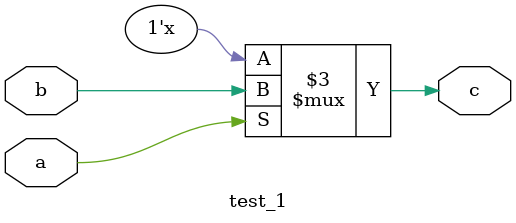
<source format=sv>
module test_1 (
    input a,b,
    output logic c
);

    always_comb begin
      // c=0; // comment for checking lint
        if(a)
        c=b;
    end

endmodule

</source>
